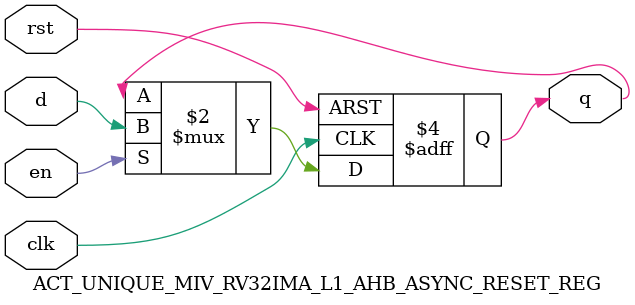
<source format=v>
`define RANDOMIZE
`timescale 1ns/10ps
module ACT_UNIQUE_MIV_RV32IMA_L1_AHB_ASYNC_RESET_REG (
                      input      d,
                      output reg q,
                      input      en,

                      input      clk,
                      input      rst);
   
   always @(posedge clk or posedge rst) begin

      if (rst) begin
         q <= 1'b0;
      end else if (en) begin
         q <= d;
      end
   end
   

endmodule // ACT_UNIQUE_MIV_RV32IMA_L1_AHB_ASYNC_RESET_REG

</source>
